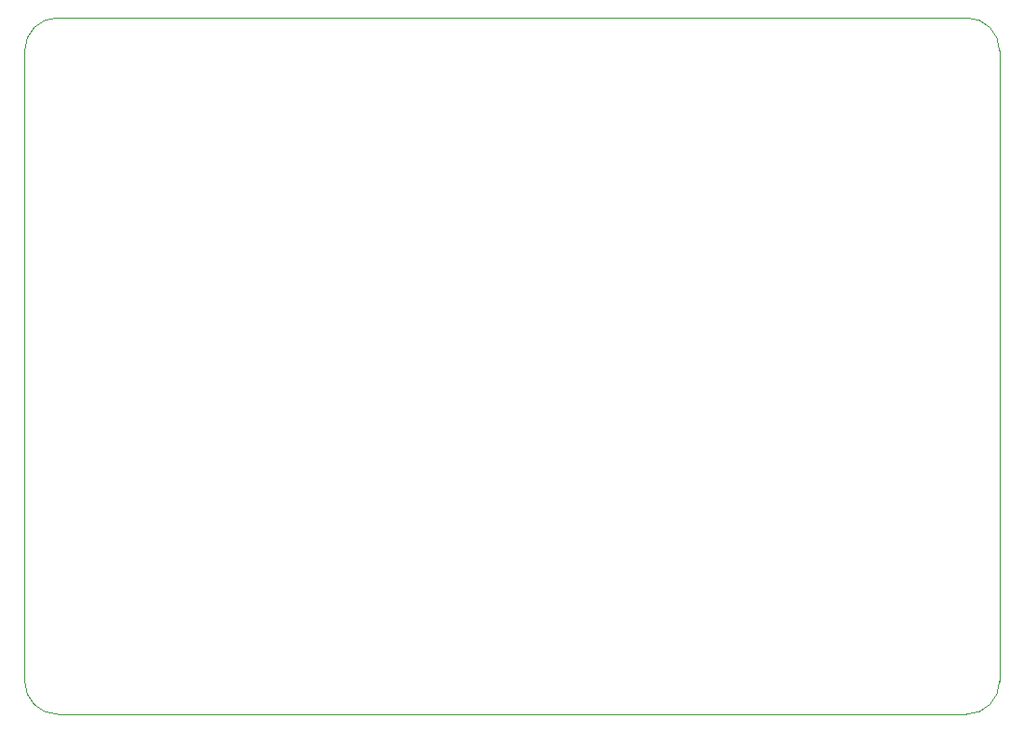
<source format=gko>
%TF.GenerationSoftware,KiCad,Pcbnew,8.0.1*%
%TF.CreationDate,2024-09-08T16:38:15+01:00*%
%TF.ProjectId,BaselineRP2040MotorController,42617365-6c69-46e6-9552-50323034304d,rev?*%
%TF.SameCoordinates,Original*%
%TF.FileFunction,Profile,NP*%
%FSLAX46Y46*%
G04 Gerber Fmt 4.6, Leading zero omitted, Abs format (unit mm)*
G04 Created by KiCad (PCBNEW 8.0.1) date 2024-09-08 16:38:15*
%MOMM*%
%LPD*%
G01*
G04 APERTURE LIST*
%TA.AperFunction,Profile*%
%ADD10C,0.050000*%
%TD*%
G04 APERTURE END LIST*
D10*
X153650000Y-43600000D02*
X236150000Y-43600000D01*
X153650000Y-106850000D02*
G75*
G02*
X150650000Y-103850000I0J3000000D01*
G01*
X236150000Y-43600000D02*
G75*
G02*
X239150000Y-46600000I0J-3000000D01*
G01*
X239150000Y-46600000D02*
X239150000Y-103850000D01*
X236150000Y-106850000D02*
X153650000Y-106850000D01*
X150650000Y-46600000D02*
G75*
G02*
X153650000Y-43600000I3000000J0D01*
G01*
X150650000Y-103850000D02*
X150650000Y-46600000D01*
X239150000Y-103850000D02*
G75*
G02*
X236150000Y-106850000I-3000000J0D01*
G01*
M02*

</source>
